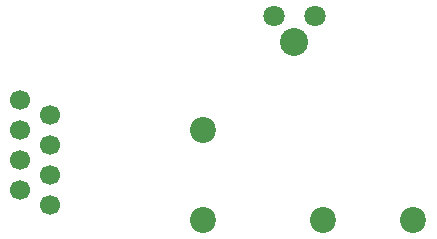
<source format=gbr>
G04 #@! TF.FileFunction,Soldermask,Bot*
%FSLAX46Y46*%
G04 Gerber Fmt 4.6, Leading zero omitted, Abs format (unit mm)*
G04 Created by KiCad (PCBNEW 4.0.7-e2-6376~58~ubuntu16.04.1) date Sun Jan 14 05:36:03 2018*
%MOMM*%
%LPD*%
G01*
G04 APERTURE LIST*
%ADD10C,0.100000*%
%ADD11C,1.700000*%
%ADD12C,1.797000*%
%ADD13C,2.381000*%
%ADD14C,2.200000*%
G04 APERTURE END LIST*
D10*
D11*
X141922500Y-108204000D03*
X141922500Y-105664000D03*
X141922500Y-103124000D03*
X141922500Y-110744000D03*
X144462500Y-104394000D03*
X144462500Y-106934000D03*
X144462500Y-109474000D03*
X144462500Y-112014000D03*
D12*
X166870260Y-96019620D03*
X163370260Y-96019620D03*
D13*
X165120260Y-98249620D03*
D14*
X157416500Y-113317020D03*
X167576500Y-113317020D03*
X175196500Y-113317020D03*
X157416500Y-105697020D03*
M02*

</source>
